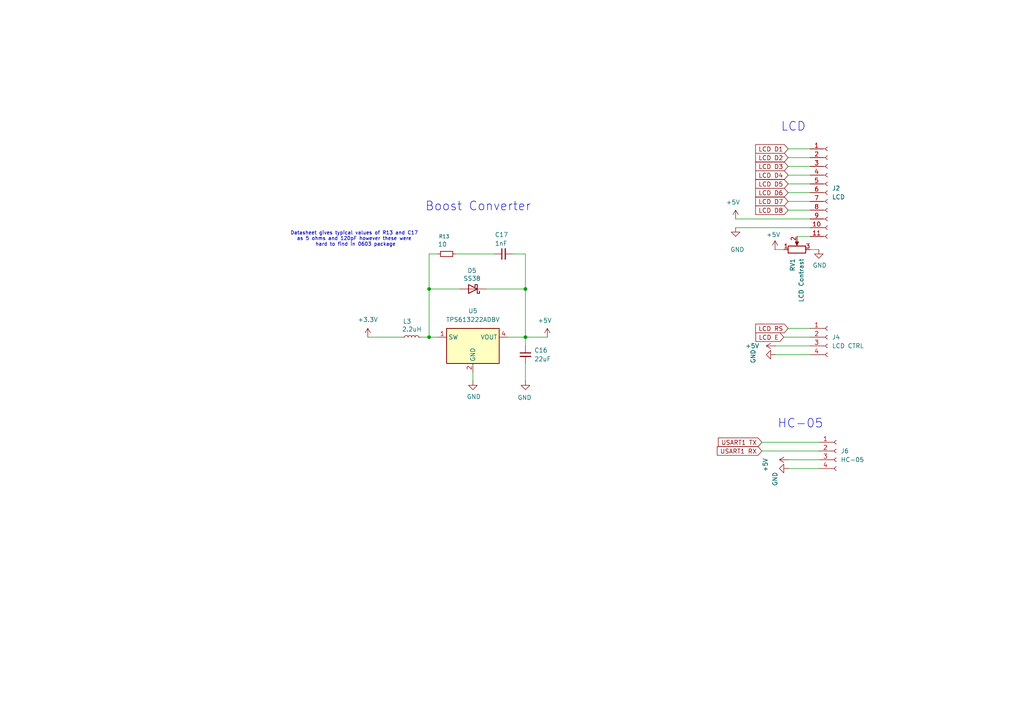
<source format=kicad_sch>
(kicad_sch (version 20250114) (generator "eeschema") (generator_version "9.0")
  (paper "A4")
  (title_block (title "5v_peripherals"))
  (lib_symbols
    (symbol "Connector:Conn_01x04_Socket" (pin_names (offset 1.016) (hide yes))
      (property "Reference" "J" (at 0 5.08 0))
      (property "Value" "Conn_01x04_Socket" (at 0 -7.62 0))
      (symbol "Conn_01x04_Socket_1_1"
        (polyline (pts (xy -1.27 2.54) (xy -0.508 2.54)) (stroke (width 0.1524)))
        (polyline (pts (xy -1.27 0) (xy -0.508 0)) (stroke (width 0.1524)))
        (polyline (pts (xy -1.27 -2.54) (xy -0.508 -2.54)) (stroke (width 0.1524)))
        (polyline (pts (xy -1.27 -5.08) (xy -0.508 -5.08)) (stroke (width 0.1524)))
        (arc (start 0 2.032) (mid -0.5058 2.54) (end 0 3.048) (stroke (width 0.1524)))
        (arc (start 0 -0.508) (mid -0.5058 0) (end 0 0.508) (stroke (width 0.1524)))
        (arc (start 0 -3.048) (mid -0.5058 -2.54) (end 0 -2.032) (stroke (width 0.1524)))
        (arc (start 0 -5.588) (mid -0.5058 -5.08) (end 0 -4.572) (stroke (width 0.1524)))
        (pin passive line (at -5.08 2.54 0) (length 3.81) (name "Pin_1") (number "1"))
        (pin passive line (at -5.08 0 0) (length 3.81) (name "Pin_2") (number "2"))
        (pin passive line (at -5.08 -2.54 0) (length 3.81) (name "Pin_3") (number "3"))
        (pin passive line (at -5.08 -5.08 0) (length 3.81) (name "Pin_4") (number "4"))
      )
    )
    (symbol "Connector:Conn_01x11_Socket" (pin_names (offset 1.016) (hide yes))
      (property "Reference" "J" (at 0 15.24 0))
      (property "Value" "Conn_01x11_Socket" (at 0 -15.24 0))
      (symbol "Conn_01x11_Socket_1_1"
        (polyline (pts (xy -1.27 12.7) (xy -0.508 12.7)) (stroke (width 0.1524)))
        (polyline (pts (xy -1.27 10.16) (xy -0.508 10.16)) (stroke (width 0.1524)))
        (polyline (pts (xy -1.27 7.62) (xy -0.508 7.62)) (stroke (width 0.1524)))
        (polyline (pts (xy -1.27 5.08) (xy -0.508 5.08)) (stroke (width 0.1524)))
        (polyline (pts (xy -1.27 2.54) (xy -0.508 2.54)) (stroke (width 0.1524)))
        (polyline (pts (xy -1.27 0) (xy -0.508 0)) (stroke (width 0.1524)))
        (polyline (pts (xy -1.27 -2.54) (xy -0.508 -2.54)) (stroke (width 0.1524)))
        (polyline (pts (xy -1.27 -5.08) (xy -0.508 -5.08)) (stroke (width 0.1524)))
        (polyline (pts (xy -1.27 -7.62) (xy -0.508 -7.62)) (stroke (width 0.1524)))
        (polyline (pts (xy -1.27 -10.16) (xy -0.508 -10.16)) (stroke (width 0.1524)))
        (polyline (pts (xy -1.27 -12.7) (xy -0.508 -12.7)) (stroke (width 0.1524)))
        (arc (start 0 12.192) (mid -0.5058 12.7) (end 0 13.208) (stroke (width 0.1524)))
        (arc (start 0 9.652) (mid -0.5058 10.16) (end 0 10.668) (stroke (width 0.1524)))
        (arc (start 0 7.112) (mid -0.5058 7.62) (end 0 8.128) (stroke (width 0.1524)))
        (arc (start 0 4.572) (mid -0.5058 5.08) (end 0 5.588) (stroke (width 0.1524)))
        (arc (start 0 2.032) (mid -0.5058 2.54) (end 0 3.048) (stroke (width 0.1524)))
        (arc (start 0 -0.508) (mid -0.5058 0) (end 0 0.508) (stroke (width 0.1524)))
        (arc (start 0 -3.048) (mid -0.5058 -2.54) (end 0 -2.032) (stroke (width 0.1524)))
        (arc (start 0 -5.588) (mid -0.5058 -5.08) (end 0 -4.572) (stroke (width 0.1524)))
        (arc (start 0 -8.128) (mid -0.5058 -7.62) (end 0 -7.112) (stroke (width 0.1524)))
        (arc (start 0 -10.668) (mid -0.5058 -10.16) (end 0 -9.652) (stroke (width 0.1524)))
        (arc (start 0 -13.208) (mid -0.5058 -12.7) (end 0 -12.192) (stroke (width 0.1524)))
        (pin passive line (at -5.08 12.7 0) (length 3.81) (name "Pin_1") (number "1"))
        (pin passive line (at -5.08 10.16 0) (length 3.81) (name "Pin_2") (number "2"))
        (pin passive line (at -5.08 7.62 0) (length 3.81) (name "Pin_3") (number "3"))
        (pin passive line (at -5.08 5.08 0) (length 3.81) (name "Pin_4") (number "4"))
        (pin passive line (at -5.08 2.54 0) (length 3.81) (name "Pin_5") (number "5"))
        (pin passive line (at -5.08 0 0) (length 3.81) (name "Pin_6") (number "6"))
        (pin passive line (at -5.08 -2.54 0) (length 3.81) (name "Pin_7") (number "7"))
        (pin passive line (at -5.08 -5.08 0) (length 3.81) (name "Pin_8") (number "8"))
        (pin passive line (at -5.08 -7.62 0) (length 3.81) (name "Pin_9") (number "9"))
        (pin passive line (at -5.08 -10.16 0) (length 3.81) (name "Pin_10") (number "10"))
        (pin passive line (at -5.08 -12.7 0) (length 3.81) (name "Pin_11") (number "11"))
      )
    )
    (symbol "Device:C_Small" (pin_numbers (hide yes)) (pin_names (offset 0.254) (hide yes))
      (property "Reference" "C" (at 0.254 1.778 0))
      (property "Value" "C_Small" (at 0.254 -2.032 0))
      (symbol "C_Small_0_1"
        (polyline (pts (xy -1.524 0.508) (xy 1.524 0.508)) (stroke (width 0.3048)))
        (polyline (pts (xy -1.524 -0.508) (xy 1.524 -0.508)) (stroke (width 0.3302)))
      )
      (symbol "C_Small_1_1"
        (pin passive line (at 0 2.54 270) (length 2.032) (name "~") (number "1"))
        (pin passive line (at 0 -2.54 90) (length 2.032) (name "~") (number "2"))
      )
    )
    (symbol "Device:L_Small" (pin_numbers (hide yes)) (pin_names (offset 0.254) (hide yes))
      (property "Reference" "L" (at 0.762 1.016 0))
      (property "Value" "L_Small" (at 0.762 -1.016 0))
      (symbol "L_Small_0_1"
        (arc (start 0 2.032) (mid 0.5058 1.524) (end 0 1.016))
        (arc (start 0 1.016) (mid 0.5058 0.508) (end 0 0))
        (arc (start 0 0) (mid 0.5058 -0.508) (end 0 -1.016))
        (arc (start 0 -1.016) (mid 0.5058 -1.524) (end 0 -2.032))
      )
      (symbol "L_Small_1_1"
        (pin passive line (at 0 2.54 270) (length 0.508) (name "~") (number "1"))
        (pin passive line (at 0 -2.54 90) (length 0.508) (name "~") (number "2"))
      )
    )
    (symbol "Device:R_Potentiometer" (pin_names (offset 1.016) (hide yes))
      (property "Reference" "RV" (at -4.445 0 90))
      (property "Value" "R_Potentiometer" (at -2.54 0 90))
      (symbol "R_Potentiometer_0_1"
        (rectangle (start 1.016 2.54) (end -1.016 -2.54) (stroke (width 0.254)))
        (polyline (pts (xy 1.143 0) (xy 2.286 0.508) (xy 2.286 -0.508) (xy 1.143 0)) (fill (type outline)))
        (polyline (pts (xy 2.54 0) (xy 1.524 0)))
      )
      (symbol "R_Potentiometer_1_1"
        (pin passive line (at 0 3.81 270) (length 1.27) (name "1") (number "1"))
        (pin passive line (at 0 -3.81 90) (length 1.27) (name "3") (number "3"))
        (pin passive line (at 3.81 0 180) (length 1.27) (name "2") (number "2"))
      )
    )
    (symbol "Device:R_Small" (pin_numbers (hide yes)) (pin_names (offset 0.254) (hide yes))
      (property "Reference" "R" (at 0 0 90))
      (property "Value" "R_Small" (at 1.778 0 90))
      (symbol "R_Small_0_1"
        (rectangle (start -0.762 1.778) (end 0.762 -1.778) (stroke (width 0.2032)))
      )
      (symbol "R_Small_1_1"
        (pin passive line (at 0 2.54 270) (length 0.762) (name "~") (number "1"))
        (pin passive line (at 0 -2.54 90) (length 0.762) (name "~") (number "2"))
      )
    )
    (symbol "Diode:SS38" (pin_numbers (hide yes)) (pin_names (offset 1.016) (hide yes))
      (property "Reference" "D" (at 0 2.54 0))
      (property "Value" "SS38" (at 0 -2.54 0))
      (symbol "SS38_0_1"
        (polyline (pts (xy -1.905 0.635) (xy -1.905 1.27) (xy -1.27 1.27) (xy -1.27 -1.27) (xy -0.635 -1.27) (xy -0.635 -0.635)) (stroke (width 0.254)))
        (polyline (pts (xy 1.27 1.27) (xy 1.27 -1.27) (xy -1.27 0) (xy 1.27 1.27)) (stroke (width 0.254)))
        (polyline (pts (xy 1.27 0) (xy -1.27 0)))
      )
      (symbol "SS38_1_1"
        (pin passive line (at -3.81 0 0) (length 2.54) (name "K") (number "1"))
        (pin passive line (at 3.81 0 180) (length 2.54) (name "A") (number "2"))
      )
    )
    (symbol "Regulator_Switching:TPS613222ADBV"
      (property "Reference" "U" (at -7.62 6.35 0))
      (property "Value" "TPS613222ADBV" (at 2.54 6.35 0))
      (symbol "TPS613222ADBV_0_1"
        (rectangle (start -7.62 5.08) (end 7.62 -5.08) (stroke (width 0.254)) (fill (type background)))
      )
      (symbol "TPS613222ADBV_1_1"
        (pin power_in line (at -10.16 2.54 0) (length 2.54) (name "SW") (number "1"))
        (pin no_connect line (at -7.62 -2.54 0) (length 2.54) (hide yes) (name "NC") (number "3"))
        (pin power_in line (at 0 -7.62 90) (length 2.54) (name "GND") (number "2"))
        (pin no_connect line (at 7.62 -2.54 180) (length 2.54) (hide yes) (name "NC") (number "5"))
        (pin power_out line (at 10.16 2.54 180) (length 2.54) (name "VOUT") (number "4"))
      )
    )
    (symbol "power:+3.3V" (power) (pin_numbers (hide yes)) (pin_names (offset 0) (hide yes))
      (property "Value" "+3.3V" (at 0 3.556 0))
      (symbol "+3.3V_0_1"
        (polyline (pts (xy -0.762 1.27) (xy 0 2.54)))
        (polyline (pts (xy 0 2.54) (xy 0.762 1.27)))
        (polyline (pts (xy 0 0) (xy 0 2.54)))
      )
      (symbol "+3.3V_1_1"
        (pin power_in line (at 0 0 90) (length 0) (name "~") (number "1"))
      )
    )
    (symbol "power:GND" (power) (pin_numbers (hide yes)) (pin_names (offset 0) (hide yes))
      (property "Value" "GND" (at 0 -3.81 0))
      (symbol "GND_0_1"
        (polyline (pts (xy 0 0) (xy 0 -1.27) (xy 1.27 -1.27) (xy 0 -2.54) (xy -1.27 -1.27) (xy 0 -1.27)))
      )
      (symbol "GND_1_1"
        (pin power_in line (at 0 0 270) (length 0) (name "~") (number "1"))
      )
    )
  )
  (text "HC-05\n" (at 232.156 122.936 0) (effects (font (size 2.54 2.54))))
  (text "Boost Converter" (at 138.684 59.944 0) (effects (font (size 2.54 2.54))))
  (text "Datasheet gives typical values of R13 and C17 \nas 5 ohms and 120pF however these were \nhard to find in 0603 package" (at 103.124 69.342 0) (effects (font (size 1.016 1.016))))
  (text "LCD" (at 230.124 36.83 0) (effects (font (size 2.54 2.54))))
  (junction (at 152.4 97.79))
  (junction (at 124.46 83.82))
  (junction (at 152.4 83.82))
  (junction (at 124.46 97.79))
  (wire (pts (xy 152.4 83.82) (xy 152.4 73.66)))
  (wire (pts (xy 124.46 97.79) (xy 127 97.79)))
  (wire (pts (xy 124.46 97.79) (xy 124.46 83.82)))
  (wire (pts (xy 228.6 43.18) (xy 234.95 43.18)))
  (wire (pts (xy 228.6 50.8) (xy 234.95 50.8)))
  (wire (pts (xy 213.36 66.04) (xy 234.95 66.04)))
  (wire (pts (xy 213.36 63.5) (xy 234.95 63.5)))
  (wire (pts (xy 148.59 73.66) (xy 152.4 73.66)))
  (wire (pts (xy 152.4 83.82) (xy 152.4 97.79)))
  (wire (pts (xy 140.97 83.82) (xy 152.4 83.82)))
  (wire (pts (xy 220.98 128.27) (xy 237.49 128.27)))
  (wire (pts (xy 152.4 97.79) (xy 158.75 97.79)))
  (wire (pts (xy 132.08 73.66) (xy 143.51 73.66)))
  (wire (pts (xy 228.6 133.35) (xy 237.49 133.35)))
  (wire (pts (xy 127 73.66) (xy 124.46 73.66)))
  (wire (pts (xy 228.6 48.26) (xy 234.95 48.26)))
  (wire (pts (xy 152.4 105.41) (xy 152.4 110.49)))
  (wire (pts (xy 147.32 97.79) (xy 152.4 97.79)))
  (wire (pts (xy 234.95 72.39) (xy 237.49 72.39)))
  (wire (pts (xy 121.92 97.79) (xy 124.46 97.79)))
  (wire (pts (xy 228.6 45.72) (xy 234.95 45.72)))
  (wire (pts (xy 228.6 60.96) (xy 234.95 60.96)))
  (wire (pts (xy 124.46 83.82) (xy 133.35 83.82)))
  (wire (pts (xy 224.79 72.39) (xy 227.33 72.39)))
  (wire (pts (xy 227.33 97.79) (xy 234.95 97.79)))
  (wire (pts (xy 224.79 100.33) (xy 234.95 100.33)))
  (wire (pts (xy 228.6 58.42) (xy 234.95 58.42)))
  (wire (pts (xy 231.14 68.58) (xy 234.95 68.58)))
  (wire (pts (xy 124.46 73.66) (xy 124.46 83.82)))
  (wire (pts (xy 106.68 97.79) (xy 116.84 97.79)))
  (wire (pts (xy 152.4 97.79) (xy 152.4 100.33)))
  (wire (pts (xy 137.16 107.95) (xy 137.16 110.49)))
  (wire (pts (xy 228.6 135.89) (xy 237.49 135.89)))
  (wire (pts (xy 228.6 53.34) (xy 234.95 53.34)))
  (wire (pts (xy 228.6 95.25) (xy 234.95 95.25)))
  (wire (pts (xy 220.98 130.81) (xy 237.49 130.81)))
  (wire (pts (xy 224.79 102.87) (xy 234.95 102.87)))
  (wire (pts (xy 228.6 55.88) (xy 234.95 55.88)))
  (global_label "LCD D4" (shape input) (at 228.6 50.8 180) (property "Intersheetrefs" "${INTERSHEET_REFS}" (effects (hide yes))))
  (global_label "USART1 RX" (shape input) (at 220.98 130.81 180) (property "Intersheetrefs" "${INTERSHEET_REFS}" (effects (hide yes))))
  (global_label "LCD D8" (shape input) (at 228.6 60.96 180) (property "Intersheetrefs" "${INTERSHEET_REFS}" (effects (hide yes))))
  (global_label "LCD RS" (shape input) (at 228.6 95.25 180) (property "Intersheetrefs" "${INTERSHEET_REFS}" (effects (hide yes))))
  (global_label "LCD D7" (shape input) (at 228.6 58.42 180) (property "Intersheetrefs" "${INTERSHEET_REFS}" (effects (hide yes))))
  (global_label "LCD D6" (shape input) (at 228.6 55.88 180) (property "Intersheetrefs" "${INTERSHEET_REFS}" (effects (hide yes))))
  (global_label "LCD D1" (shape input) (at 228.6 43.18 180) (property "Intersheetrefs" "${INTERSHEET_REFS}" (effects (hide yes))))
  (global_label "LCD E" (shape input) (at 227.33 97.79 180) (property "Intersheetrefs" "${INTERSHEET_REFS}" (effects (hide yes))))
  (global_label "LCD D5" (shape input) (at 228.6 53.34 180) (property "Intersheetrefs" "${INTERSHEET_REFS}" (effects (hide yes))))
  (global_label "LCD D2" (shape input) (at 228.6 45.72 180) (property "Intersheetrefs" "${INTERSHEET_REFS}" (effects (hide yes))))
  (global_label "LCD D3" (shape input) (at 228.6 48.26 180) (property "Intersheetrefs" "${INTERSHEET_REFS}" (effects (hide yes))))
  (global_label "USART1 TX" (shape input) (at 220.98 128.27 180) (property "Intersheetrefs" "${INTERSHEET_REFS}" (effects (hide yes))))
  (symbol (lib_id "Device:R_Small") (at 129.54 73.66 90) (unit 1)
    (property "Reference" "R13" (at 127.254 68.58 90) (effects (font (size 1.016 1.016)) (justify right)))
    (property "Value" "10" (at 127 70.866 90) (effects (justify right)))
    (property "Footprint" "Resistor_SMD:R_0201_0603Metric_Pad0.64x0.40mm_HandSolder" (effects (hide yes)))
    (property "Description" "Resistor, small symbol" (effects (hide yes)))
  )
  (symbol (lib_id "Device:R_Potentiometer") (at 231.14 72.39 90) (unit 1)
    (property "Reference" "RV1" (at 229.8699 74.93 0) (effects (justify right)))
    (property "Value" "LCD Contrast" (at 232.4099 74.93 0) (effects (justify right)))
    (property "Footprint" "Potentiometer_SMD:Potentiometer_Bourns_TC33X_Vertical" (effects (hide yes)))
    (property "Description" "Potentiometer" (effects (hide yes)))
  )
  (symbol (lib_id "Diode:SS38") (at 137.16 83.82 180) (unit 1)
    (property "Reference" "D5" (at 136.906 78.486 0))
    (property "Value" "SS38" (at 136.906 80.772 0))
    (property "Footprint" "Diode_SMD:D_SMA" (effects (hide yes)))
    (property "Datasheet" "https://www.microdiode.com/uploadfiles//PDF/SS32-THRU-SS3200-SMA.pdf" (effects (hide yes)))
    (property "Description" "80V 3A Schottky Diode, SMA" (effects (hide yes)))
  )
  (symbol (lib_id "power:GND") (at 224.79 102.87 270) (unit 1)
    (property "Reference" "#PWR07" (effects (hide yes)))
    (property "Value" "GND" (at 218.44 103.378 0))
    (property "Description" "Power symbol creates a global label with name \"GND\" , ground" (effects (hide yes)))
  )
  (symbol (lib_id "power:+3.3V") (at 213.36 63.5 0) (unit 1)
    (property "Reference" "#PWR033" (effects (hide yes)))
    (property "Value" "+5V" (at 212.598 58.674 0))
    (property "Description" "Power symbol creates a global label with name \"+3.3V\"" (effects (hide yes)))
  )
  (symbol (lib_id "Device:L_Small") (at 119.38 97.79 90) (unit 1)
    (property "Reference" "L3" (at 116.84 93.218 90) (effects (justify right)))
    (property "Value" "2.2uH" (at 116.586 95.504 90) (effects (justify right)))
    (property "Footprint" "Inductor_SMD:L_0603_1608Metric_Pad1.05x0.95mm_HandSolder" (effects (hide yes)))
    (property "Description" "Inductor, small symbol" (effects (hide yes)))
  )
  (symbol (lib_id "Connector:Conn_01x11_Socket") (at 240.03 55.88 0) (unit 1)
    (property "Reference" "J2" (at 241.3 54.6099 0) (effects (justify left)))
    (property "Value" "LCD" (at 241.3 57.1499 0) (effects (justify left)))
    (property "Footprint" "Connector_PinHeader_2.54mm:PinHeader_1x11_P2.54mm_Vertical" (effects (hide yes)))
    (property "Description" "Generic connector, single row, 01x11, script generated" (effects (hide yes)))
  )
  (symbol (lib_id "power:GND") (at 137.16 110.49 0) (unit 1)
    (property "Reference" "#PWR045" (effects (hide yes)))
    (property "Value" "GND" (at 137.414 115.062 0))
    (property "Description" "Power symbol creates a global label with name \"GND\" , ground" (effects (hide yes)))
  )
  (symbol (lib_id "power:GND") (at 213.36 66.04 0) (unit 1)
    (property "Reference" "#PWR034" (effects (hide yes)))
    (property "Value" "GND" (at 213.868 72.39 0))
    (property "Description" "Power symbol creates a global label with name \"GND\" , ground" (effects (hide yes)))
  )
  (symbol (lib_id "power:+3.3V") (at 224.79 100.33 90) (unit 1)
    (property "Reference" "#PWR020" (effects (hide yes)))
    (property "Value" "+5V" (at 218.186 100.33 90))
    (property "Description" "Power symbol creates a global label with name \"+3.3V\"" (effects (hide yes)))
  )
  (symbol (lib_id "power:+3.3V") (at 158.75 97.79 0) (unit 1)
    (property "Reference" "#PWR046" (effects (hide yes)))
    (property "Value" "+5V" (at 157.988 92.964 0))
    (property "Description" "Power symbol creates a global label with name \"+3.3V\"" (effects (hide yes)))
  )
  (symbol (lib_id "power:+3.3V") (at 224.79 72.39 0) (unit 1)
    (property "Reference" "#PWR035" (effects (hide yes)))
    (property "Value" "+5V" (at 224.282 68.072 0))
    (property "Description" "Power symbol creates a global label with name \"+3.3V\"" (effects (hide yes)))
  )
  (symbol (lib_id "Regulator_Switching:TPS613222ADBV") (at 137.16 100.33 0) (unit 1)
    (property "Reference" "U5" (at 137.16 90.17 0))
    (property "Value" "TPS613222ADBV" (at 137.16 92.71 0))
    (property "Footprint" "Package_TO_SOT_SMD:SOT-23-5" (effects (hide yes)))
    (property "Datasheet" "http://www.ti.com/lit/ds/symlink/tps61322.pdf" (effects (hide yes)))
    (property "Description" "1.8A Step-Up Converter, 5V Output Voltage, 0.9-5.5V Input Voltage, SOT-23-5" (effects (hide yes)))
  )
  (symbol (lib_id "power:GND") (at 237.49 72.39 0) (unit 1)
    (property "Reference" "#PWR036" (effects (hide yes)))
    (property "Value" "GND" (at 237.744 76.962 0))
    (property "Description" "Power symbol creates a global label with name \"GND\" , ground" (effects (hide yes)))
  )
  (symbol (lib_id "power:GND") (at 228.6 135.89 270) (unit 1)
    (property "Reference" "#PWR032" (effects (hide yes)))
    (property "Value" "GND" (at 224.79 138.938 0))
    (property "Description" "Power symbol creates a global label with name \"GND\" , ground" (effects (hide yes)))
  )
  (symbol (lib_id "power:+3.3V") (at 228.6 133.35 90) (unit 1)
    (property "Reference" "#PWR031" (effects (hide yes)))
    (property "Value" "+5V" (at 221.996 134.874 0))
    (property "Description" "Power symbol creates a global label with name \"+3.3V\"" (effects (hide yes)))
  )
  (symbol (lib_id "power:+3.3V") (at 106.68 97.79 0) (unit 1)
    (property "Reference" "#PWR037" (effects (hide yes)))
    (property "Value" "+3.3V" (at 106.68 92.71 0))
    (property "Description" "Power symbol creates a global label with name \"+3.3V\"" (effects (hide yes)))
  )
  (symbol (lib_id "Device:C_Small") (at 152.4 102.87 0) (unit 1)
    (property "Reference" "C16" (at 154.94 101.6062 0) (effects (justify left)))
    (property "Value" "22uF" (at 154.94 104.1462 0) (effects (justify left)))
    (property "Footprint" "Capacitor_SMD:C_0603_1608Metric_Pad1.08x0.95mm_HandSolder" (effects (hide yes)))
    (property "Description" "Unpolarized capacitor, small symbol" (effects (hide yes)))
  )
  (symbol (lib_id "power:GND") (at 152.4 110.49 0) (unit 1)
    (property "Reference" "#PWR047" (effects (hide yes)))
    (property "Value" "GND" (at 152.146 115.316 0))
    (property "Description" "Power symbol creates a global label with name \"GND\" , ground" (effects (hide yes)))
  )
  (symbol (lib_id "Connector:Conn_01x04_Socket") (at 242.57 130.81 0) (unit 1)
    (property "Reference" "J6" (at 243.84 130.8099 0) (effects (justify left)))
    (property "Value" "HC-05" (at 243.84 133.3499 0) (effects (justify left)))
    (property "Footprint" "Connector_PinHeader_2.54mm:PinHeader_1x04_P2.54mm_Vertical" (effects (hide yes)))
    (property "Description" "Generic connector, single row, 01x04, script generated" (effects (hide yes)))
  )
  (symbol (lib_id "Connector:Conn_01x04_Socket") (at 240.03 97.79 0) (unit 1)
    (property "Reference" "J4" (at 241.3 97.7899 0) (effects (justify left)))
    (property "Value" "LCD CTRL" (at 241.3 100.3299 0) (effects (justify left)))
    (property "Footprint" "Connector_PinHeader_2.54mm:PinHeader_1x04_P2.54mm_Vertical" (effects (hide yes)))
    (property "Description" "Generic connector, single row, 01x04, script generated" (effects (hide yes)))
  )
  (symbol (lib_id "Device:C_Small") (at 146.05 73.66 90) (unit 1)
    (property "Reference" "C17" (at 143.51 68.072 90) (effects (justify right)))
    (property "Value" "1nF" (at 143.51 70.612 90) (effects (justify right)))
    (property "Footprint" "Capacitor_SMD:C_0603_1608Metric_Pad1.08x0.95mm_HandSolder" (effects (hide yes)))
    (property "Description" "Unpolarized capacitor, small symbol" (effects (hide yes)))
  )
)
</source>
